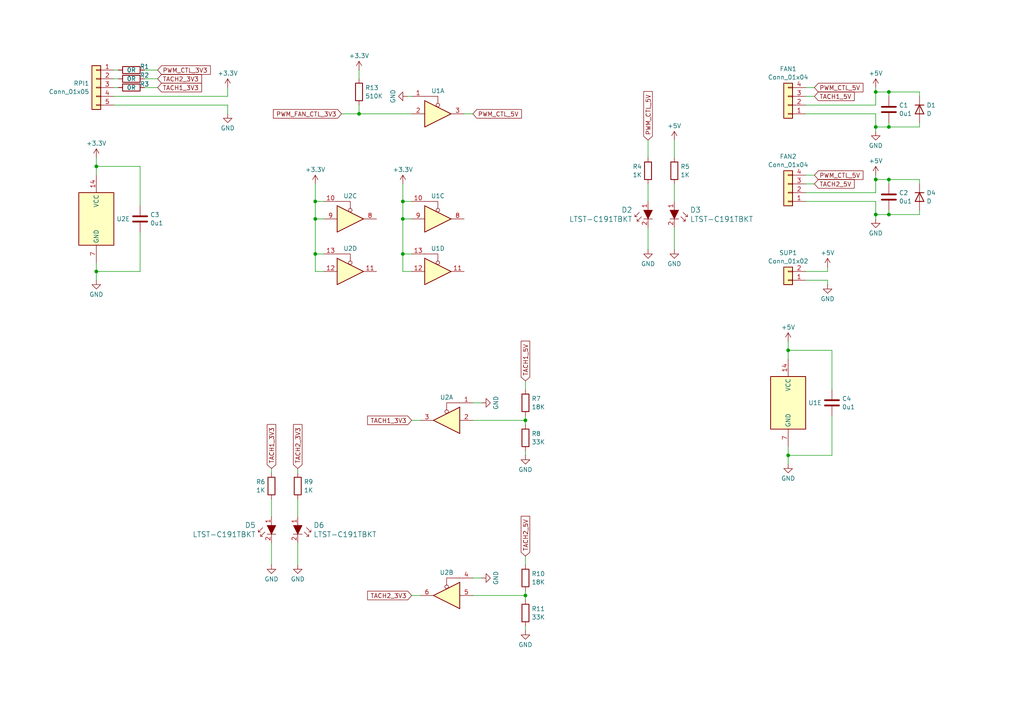
<source format=kicad_sch>
(kicad_sch (version 20231120) (generator "eeschema") (generator_version "8.0")
  (paper "A4")
  (lib_symbols
    (symbol "Connector:Raspberry_Pi_4"
      (property "Reference" "J" (at -17.526 48.768 0))
      (property "Value" "Raspberry_Pi_4" (at 15.748 -26.416 0))
      (symbol "Raspberry_Pi_4_1_1"
        (pin power_out line (at 33.02 20.32 180) (length 2.54) (name "3V3") (number "1"))
        (pin bidirectional line (at -33.02 12.7 0) (length 2.54) (name "GPIO15/UART_RXD") (number "10"))
        (pin bidirectional line (at -33.02 5.08 0) (length 2.54) (name "GPIO17/SPI1_~{CE1}") (number "11"))
        (pin bidirectional line (at -33.02 2.54 0) (length 2.54) (name "GPIO18/SPI1_~{CE0}/PCM_CLK/PWM0") (number "12"))
        (pin bidirectional line (at -33.02 -22.86 0) (length 2.54) (name "GPIO27/SDIO_DAT3") (number "13"))
        (pin passive line (at 0 -27.94 90) (length 2.54) hide (name "GND") (number "14"))
        (pin bidirectional line (at -33.02 -10.16 0) (length 2.54) (name "GPIO22/SDIO_CLK") (number "15"))
        (pin bidirectional line (at -33.02 -12.7 0) (length 2.54) (name "GPIO23/SDIO_CMD") (number "16"))
        (pin passive line (at 33.02 20.32 180) (length 2.54) hide (name "3V3") (number "17"))
        (pin bidirectional line (at -33.02 -15.24 0) (length 2.54) (name "GPIO24/SDIO_DAT0") (number "18"))
        (pin bidirectional line (at 33.02 -17.78 180) (length 2.54) (name "MOSI_SPI0/GPIO10") (number "19"))
        (pin power_out line (at 33.02 22.86 180) (length 2.54) (name "5V") (number "2"))
        (pin passive line (at 0 -27.94 90) (length 2.54) hide (name "GND") (number "20"))
        (pin bidirectional line (at 33.02 -15.24 180) (length 2.54) (name "MISO_SPI0/GPIO09") (number "21"))
        (pin bidirectional line (at -33.02 -17.78 0) (length 2.54) (name "GPIO25/SDIO_DAT1") (number "22"))
        (pin bidirectional line (at 33.02 -20.32 180) (length 2.54) (name "SCLK_SPI0/GPIO11") (number "23"))
        (pin bidirectional line (at 33.02 -12.7 180) (length 2.54) (name "~{CE0}_SPI0/GPIO08") (number "24"))
        (pin passive line (at 0 -27.94 90) (length 2.54) hide (name "GND") (number "25"))
        (pin bidirectional line (at 33.02 -10.16 180) (length 2.54) (name "~{CE1}_SPI0/GPIO07") (number "26"))
        (pin bidirectional line (at 33.02 15.24 180) (length 2.54) (name "ID_SD_I2C0/GPIO00") (number "27"))
        (pin bidirectional line (at 33.02 12.7 180) (length 2.54) (name "ID_SC_I2C0/GPIO01") (number "28"))
        (pin bidirectional line (at 33.02 -2.54 180) (length 2.54) (name "GPCLK1/GPIO05") (number "29"))
        (pin bidirectional line (at 33.02 7.62 180) (length 2.54) (name "SDA_I2C1/GPIO02") (number "3"))
        (pin passive line (at 0 -27.94 90) (length 2.54) hide (name "GND") (number "30"))
        (pin bidirectional line (at 33.02 -5.08 180) (length 2.54) (name "GPCLK2/GPIO06") (number "31"))
        (pin bidirectional line (at -33.02 22.86 0) (length 2.54) (name "GPIO12/PWM0") (number "32"))
        (pin bidirectional line (at -33.02 20.32 0) (length 2.54) (name "GPIO13/PWM1") (number "33"))
        (pin passive line (at 0 -27.94 90) (length 2.54) hide (name "GND") (number "34"))
        (pin bidirectional line (at -33.02 0 0) (length 2.54) (name "GPIO19/SPI1_MISO/PCM_FS") (number "35"))
        (pin bidirectional line (at -33.02 7.62 0) (length 2.54) (name "GPIO16/SPI1_~{CE2}") (number "36"))
        (pin bidirectional line (at -33.02 -20.32 0) (length 2.54) (name "GPIO26/SDIO_DAT2") (number "37"))
        (pin bidirectional line (at -33.02 -2.54 0) (length 2.54) (name "GPIO20/SPI1_MOSI/PCM_DIN/PWM1") (number "38"))
        (pin passive line (at 0 -27.94 90) (length 2.54) hide (name "GND") (number "39"))
        (pin passive line (at 33.02 22.86 180) (length 2.54) hide (name "5V") (number "4"))
        (pin bidirectional line (at -33.02 -5.08 0) (length 2.54) (name "GPIO21/SPI1_SCLK/PCM_DOUT") (number "40"))
        (pin bidirectional line (at 33.02 5.08 180) (length 2.54) (name "SCL_I2C1/GPIO03") (number "5"))
        (pin power_out line (at 0 -27.94 90) (length 2.54) (name "GND") (number "6"))
        (pin bidirectional line (at 33.02 0 180) (length 2.54) (name "GPCLK0/GPIO04") (number "7"))
        (pin bidirectional line (at -33.02 15.24 0) (length 2.54) (name "GPIO14/UART_TXD") (number "8"))
        (pin passive line (at 0 -27.94 90) (length 2.54) hide (name "GND") (number "9"))
      )
    )
    (symbol "Connector_Generic:Conn_01x02" (pin_names (offset 1.016) hide)
      (property "Reference" "J" (at 0 2.54 0))
      (property "Value" "Conn_01x02" (at 0 -5.08 0))
      (symbol "Conn_01x02_1_1"
        (pin passive line (at -5.08 0 0) (length 3.81) (name "Pin_1") (number "1"))
        (pin passive line (at -5.08 -2.54 0) (length 3.81) (name "Pin_2") (number "2"))
      )
    )
    (symbol "Connector_Generic:Conn_01x04" (pin_names (offset 1.016) hide)
      (property "Reference" "J" (at 0 5.08 0))
      (property "Value" "Conn_01x04" (at 0 -7.62 0))
      (symbol "Conn_01x04_1_1"
        (pin passive line (at -5.08 2.54 0) (length 3.81) (name "Pin_1") (number "1"))
        (pin passive line (at -5.08 0 0) (length 3.81) (name "Pin_2") (number "2"))
        (pin passive line (at -5.08 -2.54 0) (length 3.81) (name "Pin_3") (number "3"))
        (pin passive line (at -5.08 -5.08 0) (length 3.81) (name "Pin_4") (number "4"))
      )
    )
    (symbol "Connector_Generic:Conn_01x05" (pin_names (offset 1.016) hide)
      (property "Reference" "J" (at 0 7.62 0))
      (property "Value" "Conn_01x05" (at 0 -7.62 0))
      (symbol "Conn_01x05_1_1"
        (pin passive line (at -5.08 5.08 0) (length 3.81) (name "Pin_1") (number "1"))
        (pin passive line (at -5.08 2.54 0) (length 3.81) (name "Pin_2") (number "2"))
        (pin passive line (at -5.08 0 0) (length 3.81) (name "Pin_3") (number "3"))
        (pin passive line (at -5.08 -2.54 0) (length 3.81) (name "Pin_4") (number "4"))
        (pin passive line (at -5.08 -5.08 0) (length 3.81) (name "Pin_5") (number "5"))
      )
    )
    (symbol "Connector_Generic:Conn_01x40" (pin_names (offset 1.016) hide)
      (property "Reference" "J" (at 0 50.8 0))
      (property "Value" "Conn_01x40" (at 0 -53.34 0))
      (symbol "Conn_01x40_1_1"
        (pin passive line (at -5.08 48.26 0) (length 3.81) (name "Pin_1") (number "1"))
        (pin passive line (at -5.08 25.4 0) (length 3.81) (name "Pin_10") (number "10"))
        (pin passive line (at -5.08 22.86 0) (length 3.81) (name "Pin_11") (number "11"))
        (pin passive line (at -5.08 20.32 0) (length 3.81) (name "Pin_12") (number "12"))
        (pin passive line (at -5.08 17.78 0) (length 3.81) (name "Pin_13") (number "13"))
        (pin passive line (at -5.08 15.24 0) (length 3.81) (name "Pin_14") (number "14"))
        (pin passive line (at -5.08 12.7 0) (length 3.81) (name "Pin_15") (number "15"))
        (pin passive line (at -5.08 10.16 0) (length 3.81) (name "Pin_16") (number "16"))
        (pin passive line (at -5.08 7.62 0) (length 3.81) (name "Pin_17") (number "17"))
        (pin passive line (at -5.08 5.08 0) (length 3.81) (name "Pin_18") (number "18"))
        (pin passive line (at -5.08 2.54 0) (length 3.81) (name "Pin_19") (number "19"))
        (pin passive line (at -5.08 45.72 0) (length 3.81) (name "Pin_2") (number "2"))
        (pin passive line (at -5.08 0 0) (length 3.81) (name "Pin_20") (number "20"))
        (pin passive line (at -5.08 -2.54 0) (length 3.81) (name "Pin_21") (number "21"))
        (pin passive line (at -5.08 -5.08 0) (length 3.81) (name "Pin_22") (number "22"))
        (pin passive line (at -5.08 -7.62 0) (length 3.81) (name "Pin_23") (number "23"))
        (pin passive line (at -5.08 -10.16 0) (length 3.81) (name "Pin_24") (number "24"))
        (pin passive line (at -5.08 -12.7 0) (length 3.81) (name "Pin_25") (number "25"))
        (pin passive line (at -5.08 -15.24 0) (length 3.81) (name "Pin_26") (number "26"))
        (pin passive line (at -5.08 -17.78 0) (length 3.81) (name "Pin_27") (number "27"))
        (pin passive line (at -5.08 -20.32 0) (length 3.81) (name "Pin_28") (number "28"))
        (pin passive line (at -5.08 -22.86 0) (length 3.81) (name "Pin_29") (number "29"))
        (pin passive line (at -5.08 43.18 0) (length 3.81) (name "Pin_3") (number "3"))
        (pin passive line (at -5.08 -25.4 0) (length 3.81) (name "Pin_30") (number "30"))
        (pin passive line (at -5.08 -27.94 0) (length 3.81) (name "Pin_31") (number "31"))
        (pin passive line (at -5.08 -30.48 0) (length 3.81) (name "Pin_32") (number "32"))
        (pin passive line (at -5.08 -33.02 0) (length 3.81) (name "Pin_33") (number "33"))
        (pin passive line (at -5.08 -35.56 0) (length 3.81) (name "Pin_34") (number "34"))
        (pin passive line (at -5.08 -38.1 0) (length 3.81) (name "Pin_35") (number "35"))
        (pin passive line (at -5.08 -40.64 0) (length 3.81) (name "Pin_36") (number "36"))
        (pin passive line (at -5.08 -43.18 0) (length 3.81) (name "Pin_37") (number "37"))
        (pin passive line (at -5.08 -45.72 0) (length 3.81) (name "Pin_38") (number "38"))
        (pin passive line (at -5.08 -48.26 0) (length 3.81) (name "Pin_39") (number "39"))
        (pin passive line (at -5.08 40.64 0) (length 3.81) (name "Pin_4") (number "4"))
        (pin passive line (at -5.08 -50.8 0) (length 3.81) (name "Pin_40") (number "40"))
        (pin passive line (at -5.08 38.1 0) (length 3.81) (name "Pin_5") (number "5"))
        (pin passive line (at -5.08 35.56 0) (length 3.81) (name "Pin_6") (number "6"))
        (pin passive line (at -5.08 33.02 0) (length 3.81) (name "Pin_7") (number "7"))
        (pin passive line (at -5.08 30.48 0) (length 3.81) (name "Pin_8") (number "8"))
        (pin passive line (at -5.08 27.94 0) (length 3.81) (name "Pin_9") (number "9"))
      )
    )
    (symbol "Device:C" (pin_numbers hide) (pin_names (offset 0.254))
      (property "Reference" "C" (at 0.635 2.54 0))
      (property "Value" "C" (at 0.635 -2.54 0))
      (symbol "C_1_1"
        (pin passive line (at 0 3.81 270) (length 2.794) (name "~") (number "1"))
        (pin passive line (at 0 -3.81 90) (length 2.794) (name "~") (number "2"))
      )
    )
    (symbol "Device:D" (pin_numbers hide) (pin_names (offset 1.016) hide)
      (property "Reference" "D" (at 0 2.54 0))
      (property "Value" "D" (at 0 -2.54 0))
      (symbol "D_1_1"
        (pin passive line (at -3.81 0 0) (length 2.54) (name "K") (number "1"))
        (pin passive line (at 3.81 0 180) (length 2.54) (name "A") (number "2"))
      )
    )
    (symbol "Device:R" (pin_numbers hide) (pin_names (offset 0))
      (property "Reference" "R" (at 2.032 0 90))
      (property "Value" "R" (at 0 0 90))
      (symbol "R_1_1"
        (pin passive line (at 0 3.81 270) (length 1.27) (name "~") (number "1"))
        (pin passive line (at 0 -3.81 90) (length 1.27) (name "~") (number "2"))
      )
    )
    (symbol "J-Link-SWD-rescue:LTST-C191TBKT-dk_LED-Indication-Discrete" (pin_names (offset 0))
      (property "Reference" "D" (at -3.81 2.54 0))
      (property "Value" "dk_LED-Indication-Discrete_LTST-C191TBKT" (at 0 -3.81 0))
      (symbol "LTST-C191TBKT-dk_LED-Indication-Discrete_1_1"
        (pin passive line (at -5.08 0 0) (length 2.54) (name "~") (number "1"))
        (pin passive line (at 2.54 0 180) (length 2.54) (name "~") (number "2"))
      )
    )
    (symbol "fanctl:SN74HCT125DR"
      (property "Reference" "U" (at 2.54 -2.54 0))
      (symbol "SN74HCT125DR_1_0"
        (pin input line (at -7.62 5.08 0) (length 3.81) (name "~") (number "1"))
        (pin input line (at -7.62 0 0) (length 3.81) (name "~") (number "2"))
        (pin output line (at 7.62 0 180) (length 3.81) (name "~") (number "3"))
      )
      (symbol "SN74HCT125DR_2_0"
        (pin input line (at -7.62 5.08 0) (length 3.81) (name "~") (number "4"))
        (pin input line (at -7.62 0 0) (length 3.81) (name "~") (number "5"))
        (pin output line (at 7.62 0 180) (length 3.81) (name "~") (number "6"))
      )
      (symbol "SN74HCT125DR_3_0"
        (pin input line (at -7.62 5.08 0) (length 3.81) (name "~") (number "10"))
        (pin output line (at 7.62 0 180) (length 3.81) (name "~") (number "8"))
        (pin input line (at -7.62 0 0) (length 3.81) (name "~") (number "9"))
      )
      (symbol "SN74HCT125DR_4_0"
        (pin output line (at 7.62 0 180) (length 3.81) (name "~") (number "11"))
        (pin input line (at -7.62 0 0) (length 3.81) (name "~") (number "12"))
        (pin input line (at -7.62 5.08 0) (length 3.81) (name "~") (number "13"))
      )
      (symbol "SN74HCT125DR_5_0"
        (pin power_in line (at 0 12.7 270) (length 5.08) (name "VCC") (number "14"))
        (pin power_in line (at 0 -12.7 90) (length 5.08) (name "GND") (number "7"))
      )
    )
    (symbol "power:+3.3V" (power) (pin_numbers hide) (pin_names (offset 0) hide)
      (property "Value" "+3.3V" (at 0 3.556 0))
      (symbol "+3.3V_1_1"
        (pin power_in line (at 0 0 90) (length 0) (name "~") (number "1"))
      )
    )
    (symbol "power:+5V" (power) (pin_numbers hide) (pin_names (offset 0) hide)
      (property "Value" "+5V" (at 0 3.556 0))
      (symbol "+5V_1_1"
        (pin power_in line (at 0 0 90) (length 0) (name "~") (number "1"))
      )
    )
    (symbol "power:GND" (power) (pin_numbers hide) (pin_names (offset 0) hide)
      (property "Value" "GND" (at 0 -3.81 0))
      (symbol "GND_1_1"
        (pin power_in line (at 0 0 270) (length 0) (name "~") (number "1"))
      )
    )
  )
  (junction (at 91.44 63.5))
  (junction (at 91.44 73.66))
  (junction (at 254 52.07))
  (junction (at 116.84 63.5))
  (junction (at 254 36.83))
  (junction (at 27.94 78.74))
  (junction (at 257.81 52.07))
  (junction (at 228.6 101.6))
  (junction (at 257.81 36.83))
  (junction (at 27.94 48.26))
  (junction (at 152.4 121.92))
  (junction (at 152.4 172.72))
  (junction (at 116.84 73.66))
  (junction (at 254 26.67))
  (junction (at 228.6 132.08))
  (junction (at 116.84 58.42))
  (junction (at 104.14 33.02))
  (junction (at 91.44 58.42))
  (junction (at 257.81 26.67))
  (junction (at 257.81 62.23))
  (junction (at 254 62.23))
  (wire (pts (xy -116.84 99.06) (xy -111.76 99.06)))
  (wire (pts (xy 152.4 161.29) (xy 152.4 163.83)))
  (wire (pts (xy -162.56 66.04) (xy -160.02 66.04)))
  (wire (pts (xy 104.14 33.02) (xy 119.38 33.02)))
  (wire (pts (xy -104.14 99.06) (xy -101.6 99.06)))
  (wire (pts (xy 257.81 36.83) (xy 266.7 36.83)))
  (wire (pts (xy 233.68 25.4) (xy 236.22 25.4)))
  (wire (pts (xy 187.96 66.04) (xy 187.96 72.39)))
  (wire (pts (xy 266.7 62.23) (xy 266.7 60.96)))
  (wire (pts (xy -160.02 86.36) (xy -160.02 88.9)))
  (wire (pts (xy 254 50.8) (xy 254 52.07)))
  (wire (pts (xy 233.68 55.88) (xy 254 55.88)))
  (wire (pts (xy 228.6 132.08) (xy 228.6 134.62)))
  (wire (pts (xy 241.3 101.6) (xy 228.6 101.6)))
  (wire (pts (xy 254 52.07) (xy 257.81 52.07)))
  (wire (pts (xy -180.34 60.96) (xy -177.8 60.96)))
  (wire (pts (xy 27.94 78.74) (xy 40.64 78.74)))
  (wire (pts (xy 254 58.42) (xy 254 62.23)))
  (wire (pts (xy 91.44 73.66) (xy 91.44 78.74)))
  (wire (pts (xy -116.84 101.6) (xy -111.76 101.6)))
  (wire (pts (xy 266.7 26.67) (xy 266.7 27.94)))
  (wire (pts (xy -116.84 109.22) (xy -111.76 109.22)))
  (wire (pts (xy 104.14 20.32) (xy 104.14 22.86)))
  (wire (pts (xy 33.02 25.4) (xy 34.29 25.4)))
  (wire (pts (xy 86.36 135.89) (xy 86.36 137.16)))
  (wire (pts (xy 86.36 157.48) (xy 86.36 163.83)))
  (wire (pts (xy 254 36.83) (xy 254 38.1)))
  (wire (pts (xy 254 52.07) (xy 254 55.88)))
  (wire (pts (xy 91.44 53.34) (xy 91.44 58.42)))
  (wire (pts (xy 41.91 25.4) (xy 45.72 25.4)))
  (wire (pts (xy 254 62.23) (xy 257.81 62.23)))
  (wire (pts (xy 254 26.67) (xy 254 30.48)))
  (wire (pts (xy 152.4 172.72) (xy 152.4 173.99)))
  (wire (pts (xy 119.38 63.5) (xy 116.84 63.5)))
  (wire (pts (xy -33.02 99.06) (xy -35.56 99.06)))
  (wire (pts (xy 257.81 60.96) (xy 257.81 62.23)))
  (wire (pts (xy 152.4 120.65) (xy 152.4 121.92)))
  (wire (pts (xy 228.6 101.6) (xy 228.6 104.14)))
  (wire (pts (xy 137.16 121.92) (xy 152.4 121.92)))
  (wire (pts (xy 254 25.4) (xy 254 26.67)))
  (wire (pts (xy 33.02 30.48) (xy 66.04 30.48)))
  (wire (pts (xy 119.38 172.72) (xy 121.92 172.72)))
  (wire (pts (xy 257.81 35.56) (xy 257.81 36.83)))
  (wire (pts (xy 152.4 171.45) (xy 152.4 172.72)))
  (wire (pts (xy 254 36.83) (xy 257.81 36.83)))
  (wire (pts (xy 27.94 48.26) (xy 27.94 50.8)))
  (wire (pts (xy 195.58 40.64) (xy 195.58 45.72)))
  (wire (pts (xy 27.94 48.26) (xy 40.64 48.26)))
  (wire (pts (xy -160.02 76.2) (xy -160.02 78.74)))
  (wire (pts (xy 254 26.67) (xy 257.81 26.67)))
  (wire (pts (xy 91.44 73.66) (xy 93.98 73.66)))
  (wire (pts (xy 116.84 78.74) (xy 119.38 78.74)))
  (wire (pts (xy -104.14 101.6) (xy -101.6 101.6)))
  (wire (pts (xy -160.02 66.04) (xy -160.02 68.58)))
  (wire (pts (xy 233.68 81.28) (xy 240.03 81.28)))
  (wire (pts (xy 266.7 52.07) (xy 266.7 53.34)))
  (wire (pts (xy 91.44 63.5) (xy 93.98 63.5)))
  (wire (pts (xy 116.84 63.5) (xy 116.84 58.42)))
  (wire (pts (xy 266.7 36.83) (xy 266.7 35.56)))
  (wire (pts (xy 40.64 78.74) (xy 40.64 67.31)))
  (wire (pts (xy -27.94 96.52) (xy -27.94 101.6)))
  (wire (pts (xy 152.4 181.61) (xy 152.4 182.88)))
  (wire (pts (xy 254 62.23) (xy 254 63.5)))
  (wire (pts (xy 91.44 63.5) (xy 91.44 73.66)))
  (wire (pts (xy -33.02 96.52) (xy -33.02 99.06)))
  (wire (pts (xy 93.98 78.74) (xy 91.44 78.74)))
  (wire (pts (xy -104.14 106.68) (xy -101.6 106.68)))
  (wire (pts (xy 91.44 58.42) (xy 91.44 63.5)))
  (wire (pts (xy 233.68 58.42) (xy 254 58.42)))
  (wire (pts (xy 119.38 58.42) (xy 116.84 58.42)))
  (wire (pts (xy 152.4 121.92) (xy 152.4 123.19)))
  (wire (pts (xy 91.44 58.42) (xy 93.98 58.42)))
  (wire (pts (xy 40.64 59.69) (xy 40.64 48.26)))
  (wire (pts (xy 187.96 53.34) (xy 187.96 58.42)))
  (wire (pts (xy 254 33.02) (xy 254 36.83)))
  (wire (pts (xy 257.81 52.07) (xy 266.7 52.07)))
  (wire (pts (xy 240.03 78.74) (xy 240.03 77.47)))
  (wire (pts (xy 228.6 129.54) (xy 228.6 132.08)))
  (wire (pts (xy 78.74 144.78) (xy 78.74 149.86)))
  (wire (pts (xy 27.94 78.74) (xy 27.94 76.2)))
  (wire (pts (xy 195.58 53.34) (xy 195.58 58.42)))
  (wire (pts (xy 116.84 63.5) (xy 116.84 73.66)))
  (wire (pts (xy 137.16 172.72) (xy 152.4 172.72)))
  (wire (pts (xy 233.68 50.8) (xy 236.22 50.8)))
  (wire (pts (xy 152.4 130.81) (xy 152.4 132.08)))
  (wire (pts (xy 241.3 120.65) (xy 241.3 132.08)))
  (wire (pts (xy 99.06 33.02) (xy 104.14 33.02)))
  (wire (pts (xy 187.96 40.64) (xy 187.96 45.72)))
  (wire (pts (xy 134.62 33.02) (xy 137.16 33.02)))
  (wire (pts (xy 78.74 135.89) (xy 78.74 137.16)))
  (wire (pts (xy -68.58 149.86) (xy -68.58 152.4)))
  (wire (pts (xy 27.94 45.72) (xy 27.94 48.26)))
  (wire (pts (xy 116.84 73.66) (xy 116.84 78.74)))
  (wire (pts (xy 139.7 116.84) (xy 137.16 116.84)))
  (wire (pts (xy 257.81 52.07) (xy 257.81 53.34)))
  (wire (pts (xy 233.68 33.02) (xy 254 33.02)))
  (wire (pts (xy 78.74 157.48) (xy 78.74 163.83)))
  (wire (pts (xy 27.94 78.74) (xy 27.94 81.28)))
  (wire (pts (xy 33.02 22.86) (xy 34.29 22.86)))
  (wire (pts (xy -27.94 101.6) (xy -35.56 101.6)))
  (wire (pts (xy 66.04 30.48) (xy 66.04 33.02)))
  (wire (pts (xy 116.84 53.34) (xy 116.84 58.42)))
  (wire (pts (xy -104.14 109.22) (xy -101.6 109.22)))
  (wire (pts (xy 257.81 62.23) (xy 266.7 62.23)))
  (wire (pts (xy -116.84 106.68) (xy -111.76 106.68)))
  (wire (pts (xy 257.81 26.67) (xy 257.81 27.94)))
  (wire (pts (xy 33.02 20.32) (xy 34.29 20.32)))
  (wire (pts (xy 33.02 27.94) (xy 66.04 27.94)))
  (wire (pts (xy 116.84 73.66) (xy 119.38 73.66)))
  (wire (pts (xy 240.03 81.28) (xy 240.03 82.55)))
  (wire (pts (xy 104.14 33.02) (xy 104.14 30.48)))
  (wire (pts (xy 228.6 99.06) (xy 228.6 101.6)))
  (wire (pts (xy 233.68 30.48) (xy 254 30.48)))
  (wire (pts (xy 241.3 113.03) (xy 241.3 101.6)))
  (wire (pts (xy 118.11 27.94) (xy 119.38 27.94)))
  (wire (pts (xy 41.91 22.86) (xy 45.72 22.86)))
  (wire (pts (xy -180.34 66.04) (xy -177.8 66.04)))
  (wire (pts (xy 66.04 25.4) (xy 66.04 27.94)))
  (wire (pts (xy 257.81 26.67) (xy 266.7 26.67)))
  (wire (pts (xy 195.58 66.04) (xy 195.58 72.39)))
  (wire (pts (xy 119.38 121.92) (xy 121.92 121.92)))
  (wire (pts (xy 137.16 167.64) (xy 139.7 167.64)))
  (wire (pts (xy 233.68 53.34) (xy 236.22 53.34)))
  (wire (pts (xy 152.4 110.49) (xy 152.4 113.03)))
  (wire (pts (xy 86.36 144.78) (xy 86.36 149.86)))
  (wire (pts (xy 233.68 78.74) (xy 240.03 78.74)))
  (wire (pts (xy 228.6 132.08) (xy 241.3 132.08)))
  (wire (pts (xy 41.91 20.32) (xy 45.72 20.32)))
  (wire (pts (xy 233.68 27.94) (xy 236.22 27.94)))
  (global_label "TACH1_3V3" (shape input) (at 45.72 25.4 0) (property "Intersheetrefs" "${INTERSHEET_REFS}" (effects (hide yes))))
  (global_label "TACH1_3V3" (shape input) (at 119.38 121.92 180) (property "Intersheetrefs" "${INTERSHEET_REFS}" (effects (hide yes))))
  (global_label "TACH2_5V" (shape input) (at 152.4 161.29 90) (property "Intersheetrefs" "${INTERSHEET_REFS}" (effects (hide yes))))
  (global_label "PWM_CTL_3V3" (shape input) (at 45.72 20.32 0) (property "Intersheetrefs" "${INTERSHEET_REFS}" (effects (hide yes))))
  (global_label "PWM_CTL_5V" (shape input) (at 137.16 33.02 0) (property "Intersheetrefs" "${INTERSHEET_REFS}" (effects (hide yes))))
  (global_label "PWM0_3V3" (shape input) (at -180.34 66.04 180) (property "Intersheetrefs" "${INTERSHEET_REFS}" (effects (hide yes))))
  (global_label "TACH2_3V3" (shape input) (at 86.36 135.89 90) (property "Intersheetrefs" "${INTERSHEET_REFS}" (effects (hide yes))))
  (global_label "TACH1_3V3" (shape input) (at 78.74 135.89 90) (property "Intersheetrefs" "${INTERSHEET_REFS}" (effects (hide yes))))
  (global_label "PWM_CTL_5V" (shape input) (at 187.96 40.64 90) (property "Intersheetrefs" "${INTERSHEET_REFS}" (effects (hide yes))))
  (global_label "TACH1_3V3" (shape input) (at -116.84 106.68 180) (property "Intersheetrefs" "${INTERSHEET_REFS}" (effects (hide yes))))
  (global_label "PWM0_3V3" (shape input) (at -116.84 99.06 180) (property "Intersheetrefs" "${INTERSHEET_REFS}" (effects (hide yes))))
  (global_label "PWM_CTL_5V" (shape input) (at 236.22 50.8 0) (property "Intersheetrefs" "${INTERSHEET_REFS}" (effects (hide yes))))
  (global_label "TACH1_5V" (shape input) (at 236.22 27.94 0) (property "Intersheetrefs" "${INTERSHEET_REFS}" (effects (hide yes))))
  (global_label "PWM_FAN_CTL_3V3" (shape input) (at 99.06 33.02 180) (property "Intersheetrefs" "${INTERSHEET_REFS}" (effects (hide yes))))
  (global_label "TACH2_3V3" (shape input) (at 119.38 172.72 180) (property "Intersheetrefs" "${INTERSHEET_REFS}" (effects (hide yes))))
  (global_label "TACH1_5V" (shape input) (at 152.4 110.49 90) (property "Intersheetrefs" "${INTERSHEET_REFS}" (effects (hide yes))))
  (global_label "TACH2_3V3" (shape input) (at -116.84 109.22 180) (property "Intersheetrefs" "${INTERSHEET_REFS}" (effects (hide yes))))
  (global_label "TACH2_3V3" (shape input) (at 45.72 22.86 0) (property "Intersheetrefs" "${INTERSHEET_REFS}" (effects (hide yes))))
  (global_label "PWM_CTL_5V" (shape input) (at 236.22 25.4 0) (property "Intersheetrefs" "${INTERSHEET_REFS}" (effects (hide yes))))
  (global_label "TACH2_5V" (shape input) (at 236.22 53.34 0) (property "Intersheetrefs" "${INTERSHEET_REFS}" (effects (hide yes))))
  (global_label "PWM_FAN_CTL_3V3" (shape input) (at -116.84 101.6 180) (property "Intersheetrefs" "${INTERSHEET_REFS}" (effects (hide yes))))
  (symbol (lib_id "Device:R") (at 152.4 127 0) (unit 1)
    (property "Reference" "R8" (at 154.178 125.7878 0) (effects (justify left)))
    (property "Value" "33K" (at 154.178 128.2121 0) (effects (justify left)))
    (property "Footprint" "Resistor_SMD:R_0603_1608Metric_Pad0.98x0.95mm_HandSolder" (effects (hide yes)))
    (property "Description" "Resistor" (effects (hide yes)))
  )
  (symbol (lib_id "Connector_Generic:Conn_01x02") (at 228.6 81.28 180) (unit 1)
    (property "Reference" "SUP1" (at 228.6 73.3255 0))
    (property "Value" "Conn_01x02" (at 228.6 75.7498 0))
    (property "Footprint" "Connector_PinHeader_2.54mm:PinHeader_1x02_P2.54mm_Horizontal" (effects (hide yes)))
    (property "Description" "Generic connector, single row, 01x02, script generated (kicad-library-utils/schlib/autogen/connector/)" (effects (hide yes)))
  )
  (symbol (lib_id "J-Link-SWD-rescue:LTST-C191TBKT-dk_LED-Indication-Discrete") (at 78.74 154.94 90) (mirror x) (unit 1)
    (property "Reference" "D5" (at 74.2188 152.3238 90) (effects (font (size 1.524 1.524)) (justify left)))
    (property "Value" "LTST-C191TBKT" (at 74.2188 155.0162 90) (effects (font (size 1.524 1.524)) (justify left)))
    (property "Footprint" "Diode_SMD:D_0402_1005Metric_Pad0.77x0.64mm_HandSolder" (effects (hide yes)))
    (property "Datasheet" "http://optoelectronics.liteon.com/upload/download/DS22-2000-230/LTST-C191TBKT.pdf" (effects (hide yes)))
    (property "Description" "LED BLUE CLEAR CHIP SMD" (effects (hide yes)))
    (property "Digi-Key_PN" "160-1647-1-ND" (effects (hide yes)))
    (property "MPN" "LTST-C191TBKT" (effects (hide yes)))
    (property "Category" "Optoelectronics" (effects (hide yes)))
    (property "Family" "LED Indication - Discrete" (effects (hide yes)))
    (property "DK_Datasheet_Link" "http://optoelectronics.liteon.com/upload/download/DS22-2000-230/LTST-C191TBKT.pdf" (effects (hide yes)))
    (property "DK_Detail_Page" "/product-detail/en/lite-on-inc/LTST-C191TBKT/160-1647-1-ND/573587" (effects (hide yes)))
    (property "Manufacturer" "Lite-On Inc." (effects (hide yes)))
    (property "Status" "Active" (effects (hide yes)))
  )
  (symbol (lib_id "Device:C") (at 241.3 116.84 0) (unit 1)
    (property "Reference" "C4" (at 244.221 115.6278 0) (effects (justify left)))
    (property "Value" "0u1" (at 244.221 118.0521 0) (effects (justify left)))
    (property "Footprint" "Capacitor_SMD:C_0603_1608Metric_Pad1.08x0.95mm_HandSolder" (effects (hide yes)))
    (property "Description" "Unpolarized capacitor" (effects (hide yes)))
  )
  (symbol (lib_id "power:+3.3V") (at -27.94 96.52 0) (unit 1)
    (property "Reference" "#PWR027" (effects (hide yes)))
    (property "Value" "+3.3V" (at -27.94 92.3869 0))
    (property "Description" "Power symbol creates a global label with name \"+3.3V\"" (effects (hide yes)))
  )
  (symbol (lib_id "power:GND") (at -68.58 152.4 0) (unit 1)
    (property "Reference" "#PWR028" (effects (hide yes)))
    (property "Value" "GND" (at -68.58 156.5331 0))
    (property "Description" "Power symbol creates a global label with name \"GND\" , ground" (effects (hide yes)))
  )
  (symbol (lib_id "Device:C") (at 257.81 57.15 0) (unit 1)
    (property "Reference" "C2" (at 260.731 55.9378 0) (effects (justify left)))
    (property "Value" "0u1" (at 260.731 58.3621 0) (effects (justify left)))
    (property "Footprint" "Capacitor_SMD:C_0603_1608Metric_Pad1.08x0.95mm_HandSolder" (effects (hide yes)))
    (property "Description" "Unpolarized capacitor" (effects (hide yes)))
  )
  (symbol (lib_id "Device:R") (at -107.95 99.06 90) (unit 1)
    (property "Reference" "R15" (at -112.522 98.044 90))
    (property "Value" "0R" (at -107.95 99.06 90))
    (property "Footprint" "Resistor_SMD:R_0603_1608Metric_Pad0.98x0.95mm_HandSolder" (effects (hide yes)))
    (property "Description" "Resistor" (effects (hide yes)))
  )
  (symbol (lib_id "power:GND") (at 195.58 72.39 0) (unit 1)
    (property "Reference" "#PWR011" (effects (hide yes)))
    (property "Value" "GND" (at 195.58 76.5231 0))
    (property "Description" "Power symbol creates a global label with name \"GND\" , ground" (effects (hide yes)))
  )
  (symbol (lib_id "fanctl:SN74HCT125DR") (at -170.18 66.04 0) (unit 2)
    (property "Reference" "U1" (at -170.18 59.3669 0))
    (property "Value" "SN74HCT125DR" (effects (hide yes)))
    (property "Footprint" "Package_SO:SOIC-14_3.9x8.7mm_P1.27mm" (effects (hide yes)))
    (property "Datasheet" "https://www.ti.com/general/docs/suppproductinfo.tsp?distId=10&gotoUrl=https%3A%2F%2Fwww.ti.com%2Flit%2Fgpn%2Fsn74hct125" (effects (hide yes)))
    (property "Description" "IC BUF NON-INVERT 5.5V 14SOIC" (effects (hide yes)))
    (property "DigiKey" "https://www.digikey.de/en/products/detail/texas-instruments/SN74HCT125DR/276849" (effects (hide yes)))
  )
  (symbol (lib_id "power:GND") (at 78.74 163.83 0) (mirror y) (unit 1)
    (property "Reference" "#PWR017" (effects (hide yes)))
    (property "Value" "GND" (at 78.74 167.9631 0))
    (property "Description" "Power symbol creates a global label with name \"GND\" , ground" (effects (hide yes)))
  )
  (symbol (lib_id "Device:C") (at 257.81 31.75 0) (unit 1)
    (property "Reference" "C1" (at 260.731 30.5378 0) (effects (justify left)))
    (property "Value" "0u1" (at 260.731 32.9621 0) (effects (justify left)))
    (property "Footprint" "Capacitor_SMD:C_0603_1608Metric_Pad1.08x0.95mm_HandSolder" (effects (hide yes)))
    (property "Description" "Unpolarized capacitor" (effects (hide yes)))
  )
  (symbol (lib_id "power:+5V") (at -33.02 96.52 0) (unit 1)
    (property "Reference" "#PWR022" (effects (hide yes)))
    (property "Value" "+5V" (at -33.02 92.3869 0))
    (property "Description" "Power symbol creates a global label with name \"+5V\"" (effects (hide yes)))
  )
  (symbol (lib_id "fanctl:SN74HCT125DR") (at 101.6 63.5 0) (unit 3)
    (property "Reference" "U2" (at 101.6 56.8269 0))
    (property "Value" "SN74HCT125DR" (effects (hide yes)))
    (property "Footprint" "Package_SO:SOIC-14_3.9x8.7mm_P1.27mm" (effects (hide yes)))
    (property "Datasheet" "https://www.ti.com/general/docs/suppproductinfo.tsp?distId=10&gotoUrl=https%3A%2F%2Fwww.ti.com%2Flit%2Fgpn%2Fsn74hct125" (effects (hide yes)))
    (property "Description" "IC BUF NON-INVERT 5.5V 14SOIC" (effects (hide yes)))
    (property "DigiKey" "https://www.digikey.de/en/products/detail/texas-instruments/SN74HCT125DR/276849" (effects (hide yes)))
  )
  (symbol (lib_id "power:GND") (at 254 38.1 0) (unit 1)
    (property "Reference" "#PWR05" (effects (hide yes)))
    (property "Value" "GND" (at 254 42.2331 0))
    (property "Description" "Power symbol creates a global label with name \"GND\" , ground" (effects (hide yes)))
  )
  (symbol (lib_id "Device:R") (at 152.4 116.84 0) (unit 1)
    (property "Reference" "R7" (at 154.178 115.6278 0) (effects (justify left)))
    (property "Value" "18K" (at 154.178 118.0521 0) (effects (justify left)))
    (property "Footprint" "Resistor_SMD:R_0603_1608Metric_Pad0.98x0.95mm_HandSolder" (effects (hide yes)))
    (property "Description" "Resistor" (effects (hide yes)))
  )
  (symbol (lib_id "Device:R") (at 38.1 20.32 90) (unit 1)
    (property "Reference" "R1" (at 41.91 19.304 90))
    (property "Value" "0R" (at 38.1 20.32 90))
    (property "Footprint" "Resistor_SMD:R_0603_1608Metric_Pad0.98x0.95mm_HandSolder" (effects (hide yes)))
    (property "Description" "Resistor" (effects (hide yes)))
  )
  (symbol (lib_id "Device:R") (at 38.1 25.4 90) (unit 1)
    (property "Reference" "R3" (at 41.91 24.384 90))
    (property "Value" "0R" (at 38.1 25.4 90))
    (property "Footprint" "Resistor_SMD:R_0603_1608Metric_Pad0.98x0.95mm_HandSolder" (effects (hide yes)))
    (property "Description" "Resistor" (effects (hide yes)))
  )
  (symbol (lib_id "fanctl:SN74HCT125DR") (at 27.94 63.5 0) (unit 5)
    (property "Reference" "U2" (at 33.782 63.5 0) (effects (justify left)))
    (property "Value" "SN74HCT125DR" (effects (hide yes)))
    (property "Footprint" "Package_SO:SOIC-14_3.9x8.7mm_P1.27mm" (effects (hide yes)))
    (property "Datasheet" "https://www.ti.com/general/docs/suppproductinfo.tsp?distId=10&gotoUrl=https%3A%2F%2Fwww.ti.com%2Flit%2Fgpn%2Fsn74hct125" (effects (hide yes)))
    (property "Description" "IC BUF NON-INVERT 5.5V 14SOIC" (effects (hide yes)))
    (property "DigiKey" "https://www.digikey.de/en/products/detail/texas-instruments/SN74HCT125DR/276849" (effects (hide yes)))
  )
  (symbol (lib_id "power:+5V") (at 254 25.4 0) (unit 1)
    (property "Reference" "#PWR01" (effects (hide yes)))
    (property "Value" "+5V" (at 254 21.2669 0))
    (property "Description" "Power symbol creates a global label with name \"+5V\"" (effects (hide yes)))
  )
  (symbol (lib_id "power:+3.3V") (at 116.84 53.34 0) (unit 1)
    (property "Reference" "#PWR08" (effects (hide yes)))
    (property "Value" "+3.3V" (at 116.84 49.2069 0))
    (property "Description" "Power symbol creates a global label with name \"+3.3V\"" (effects (hide yes)))
  )
  (symbol (lib_id "power:+5V") (at 254 50.8 0) (unit 1)
    (property "Reference" "#PWR07" (effects (hide yes)))
    (property "Value" "+5V" (at 254 46.6669 0))
    (property "Description" "Power symbol creates a global label with name \"+5V\"" (effects (hide yes)))
  )
  (symbol (lib_id "Device:R") (at 78.74 140.97 0) (mirror y) (unit 1)
    (property "Reference" "R6" (at 76.962 139.7578 0) (effects (justify left)))
    (property "Value" "1K" (at 76.962 142.1821 0) (effects (justify left)))
    (property "Footprint" "Resistor_SMD:R_0603_1608Metric_Pad0.98x0.95mm_HandSolder" (effects (hide yes)))
    (property "Description" "Resistor" (effects (hide yes)))
  )
  (symbol (lib_id "Device:R") (at -107.95 101.6 90) (unit 1)
    (property "Reference" "R14" (at -112.522 100.584 90))
    (property "Value" "0R" (at -107.95 101.6 90))
    (property "Footprint" "Resistor_SMD:R_0603_1608Metric_Pad0.98x0.95mm_HandSolder" (effects (hide yes)))
    (property "Description" "Resistor" (effects (hide yes)))
  )
  (symbol (lib_id "fanctl:SN74HCT125DR") (at 127 78.74 0) (unit 4)
    (property "Reference" "U1" (at 127 72.0669 0))
    (property "Value" "SN74HCT125DR" (effects (hide yes)))
    (property "Footprint" "Package_SO:SOIC-14_3.9x8.7mm_P1.27mm" (effects (hide yes)))
    (property "Datasheet" "https://www.ti.com/general/docs/suppproductinfo.tsp?distId=10&gotoUrl=https%3A%2F%2Fwww.ti.com%2Flit%2Fgpn%2Fsn74hct125" (effects (hide yes)))
    (property "Description" "IC BUF NON-INVERT 5.5V 14SOIC" (effects (hide yes)))
    (property "DigiKey" "https://www.digikey.de/en/products/detail/texas-instruments/SN74HCT125DR/276849" (effects (hide yes)))
  )
  (symbol (lib_id "fanctl:SN74HCT125DR") (at 127 63.5 0) (unit 3)
    (property "Reference" "U1" (at 127 56.8269 0))
    (property "Value" "SN74HCT125DR" (effects (hide yes)))
    (property "Footprint" "Package_SO:SOIC-14_3.9x8.7mm_P1.27mm" (effects (hide yes)))
    (property "Datasheet" "https://www.ti.com/general/docs/suppproductinfo.tsp?distId=10&gotoUrl=https%3A%2F%2Fwww.ti.com%2Flit%2Fgpn%2Fsn74hct125" (effects (hide yes)))
    (property "Description" "IC BUF NON-INVERT 5.5V 14SOIC" (effects (hide yes)))
    (property "DigiKey" "https://www.digikey.de/en/products/detail/texas-instruments/SN74HCT125DR/276849" (effects (hide yes)))
  )
  (symbol (lib_id "J-Link-SWD-rescue:LTST-C191TBKT-dk_LED-Indication-Discrete") (at 195.58 63.5 270) (unit 1)
    (property "Reference" "D3" (at 200.1012 60.8838 90) (effects (font (size 1.524 1.524)) (justify left)))
    (property "Value" "LTST-C191TBKT" (at 200.1012 63.5762 90) (effects (font (size 1.524 1.524)) (justify left)))
    (property "Footprint" "Diode_SMD:D_0402_1005Metric_Pad0.77x0.64mm_HandSolder" (effects (hide yes)))
    (property "Datasheet" "http://optoelectronics.liteon.com/upload/download/DS22-2000-230/LTST-C191TBKT.pdf" (effects (hide yes)))
    (property "Description" "LED BLUE CLEAR CHIP SMD" (effects (hide yes)))
    (property "Digi-Key_PN" "160-1647-1-ND" (effects (hide yes)))
    (property "MPN" "LTST-C191TBKT" (effects (hide yes)))
    (property "Category" "Optoelectronics" (effects (hide yes)))
    (property "Family" "LED Indication - Discrete" (effects (hide yes)))
    (property "DK_Datasheet_Link" "http://optoelectronics.liteon.com/upload/download/DS22-2000-230/LTST-C191TBKT.pdf" (effects (hide yes)))
    (property "DK_Detail_Page" "/product-detail/en/lite-on-inc/LTST-C191TBKT/160-1647-1-ND/573587" (effects (hide yes)))
    (property "Manufacturer" "Lite-On Inc." (effects (hide yes)))
    (property "Status" "Active" (effects (hide yes)))
  )
  (symbol (lib_id "Device:R") (at -160.02 72.39 0) (unit 1)
    (property "Reference" "R16" (at -158.242 71.1778 0) (effects (justify left)))
    (property "Value" "1K" (at -158.242 73.6021 0) (effects (justify left)))
    (property "Footprint" "Resistor_SMD:R_0603_1608Metric_Pad0.98x0.95mm_HandSolder" (effects (hide yes)))
    (property "Description" "Resistor" (effects (hide yes)))
  )
  (symbol (lib_id "power:GND") (at 228.6 134.62 0) (unit 1)
    (property "Reference" "#PWR016" (effects (hide yes)))
    (property "Value" "GND" (at 228.6 138.7531 0))
    (property "Description" "Power symbol creates a global label with name \"GND\" , ground" (effects (hide yes)))
  )
  (symbol (lib_id "power:GND") (at 66.04 33.02 0) (unit 1)
    (property "Reference" "#PWR04" (effects (hide yes)))
    (property "Value" "GND" (at 66.04 37.1531 0))
    (property "Description" "Power symbol creates a global label with name \"GND\" , ground" (effects (hide yes)))
  )
  (symbol (lib_id "fanctl:SN74HCT125DR") (at 101.6 78.74 0) (unit 4)
    (property "Reference" "U2" (at 101.6 72.0669 0))
    (property "Value" "SN74HCT125DR" (effects (hide yes)))
    (property "Footprint" "Package_SO:SOIC-14_3.9x8.7mm_P1.27mm" (effects (hide yes)))
    (property "Datasheet" "https://www.ti.com/general/docs/suppproductinfo.tsp?distId=10&gotoUrl=https%3A%2F%2Fwww.ti.com%2Flit%2Fgpn%2Fsn74hct125" (effects (hide yes)))
    (property "Description" "IC BUF NON-INVERT 5.5V 14SOIC" (effects (hide yes)))
    (property "DigiKey" "https://www.digikey.de/en/products/detail/texas-instruments/SN74HCT125DR/276849" (effects (hide yes)))
  )
  (symbol (lib_id "Device:D") (at 266.7 57.15 270) (unit 1)
    (property "Reference" "D4" (at 268.732 55.9378 90) (effects (justify left)))
    (property "Value" "D" (at 268.732 58.3621 90) (effects (justify left)))
    (property "Footprint" "Diode_SMD:D_SOD-123" (effects (hide yes)))
    (property "Description" "Diode" (effects (hide yes)))
    (property "Sim.Device" "D" (effects (hide yes)))
    (property "Sim.Pins" "1=K 2=A" (effects (hide yes)))
  )
  (symbol (lib_id "power:GND") (at 27.94 81.28 0) (unit 1)
    (property "Reference" "#PWR012" (effects (hide yes)))
    (property "Value" "GND" (at 27.94 85.4131 0))
    (property "Description" "Power symbol creates a global label with name \"GND\" , ground" (effects (hide yes)))
  )
  (symbol (lib_id "power:GND") (at -180.34 60.96 270) (unit 1)
    (property "Reference" "#PWR032" (effects (hide yes)))
    (property "Value" "GND" (at -183.5149 60.96 90) (effects (justify right)))
    (property "Description" "Power symbol creates a global label with name \"GND\" , ground" (effects (hide yes)))
  )
  (symbol (lib_id "Device:R") (at 195.58 49.53 0) (unit 1)
    (property "Reference" "R5" (at 197.358 48.3178 0) (effects (justify left)))
    (property "Value" "1K" (at 197.358 50.7421 0) (effects (justify left)))
    (property "Footprint" "Resistor_SMD:R_0603_1608Metric_Pad0.98x0.95mm_HandSolder" (effects (hide yes)))
    (property "Description" "Resistor" (effects (hide yes)))
  )
  (symbol (lib_id "power:GND") (at 139.7 167.64 90) (unit 1)
    (property "Reference" "#PWR026" (effects (hide yes)))
    (property "Value" "GND" (at 143.8331 167.64 0))
    (property "Description" "Power symbol creates a global label with name \"GND\" , ground" (effects (hide yes)))
  )
  (symbol (lib_id "fanctl:SN74HCT125DR") (at 228.6 116.84 0) (unit 5)
    (property "Reference" "U1" (at 234.442 116.84 0) (effects (justify left)))
    (property "Value" "SN74HCT125DR" (effects (hide yes)))
    (property "Footprint" "Package_SO:SOIC-14_3.9x8.7mm_P1.27mm" (effects (hide yes)))
    (property "Datasheet" "https://www.ti.com/general/docs/suppproductinfo.tsp?distId=10&gotoUrl=https%3A%2F%2Fwww.ti.com%2Flit%2Fgpn%2Fsn74hct125" (effects (hide yes)))
    (property "Description" "IC BUF NON-INVERT 5.5V 14SOIC" (effects (hide yes)))
    (property "DigiKey" "https://www.digikey.de/en/products/detail/texas-instruments/SN74HCT125DR/276849" (effects (hide yes)))
  )
  (symbol (lib_id "power:+5V") (at 240.03 77.47 0) (unit 1)
    (property "Reference" "#PWR013" (effects (hide yes)))
    (property "Value" "+5V" (at 240.03 73.3369 0))
    (property "Description" "Power symbol creates a global label with name \"+5V\"" (effects (hide yes)))
  )
  (symbol (lib_id "power:GND") (at 152.4 182.88 0) (unit 1)
    (property "Reference" "#PWR020" (effects (hide yes)))
    (property "Value" "GND" (at 152.4 187.0131 0))
    (property "Description" "Power symbol creates a global label with name \"GND\" , ground" (effects (hide yes)))
  )
  (symbol (lib_id "Connector_Generic:Conn_01x05") (at 27.94 25.4 0) (mirror y) (unit 1)
    (property "Reference" "RPI1" (at 25.908 24.1878 0) (effects (justify left)))
    (property "Value" "Conn_01x05" (at 25.908 26.6121 0) (effects (justify left)))
    (property "Footprint" "Connector_PinHeader_2.54mm:PinHeader_1x05_P2.54mm_Horizontal" (effects (hide yes)))
    (property "Description" "Generic connector, single row, 01x05, script generated (kicad-library-utils/schlib/autogen/connector/)" (effects (hide yes)))
  )
  (symbol (lib_id "power:+3.3V") (at 66.04 25.4 0) (unit 1)
    (property "Reference" "#PWR02" (effects (hide yes)))
    (property "Value" "+3.3V" (at 66.04 21.2669 0))
    (property "Description" "Power symbol creates a global label with name \"+3.3V\"" (effects (hide yes)))
  )
  (symbol (lib_id "Connector:Raspberry_Pi_4") (at -68.58 121.92 0) (unit 1)
    (property "Reference" "J1" (at -68.58 92.3755 0))
    (property "Value" "Raspberry_Pi_4" (at -68.58 94.7998 0))
    (property "Footprint" "Connector_PinSocket_2.54mm:PinSocket_2x21_P2.54mm_Horizontal" (effects (hide yes)))
    (property "Datasheet" "https://datasheets.raspberrypi.com/rpi4/raspberry-pi-4-datasheet.pdf" (effects (hide yes)))
    (property "Description" "Raspberry Pi 4 Model B" (effects (hide yes)))
  )
  (symbol (lib_id "Connector_Generic:Conn_01x40") (at -167.64 149.86 0) (mirror y) (unit 1)
    (property "Reference" "J2" (at -167.64 96.1855 0))
    (property "Value" "Conn_01x40" (at -167.64 98.6098 0))
    (property "Description" "Generic connector, single row, 01x40, script generated (kicad-library-utils/schlib/autogen/connector/)" (effects (hide yes)))
  )
  (symbol (lib_id "power:GND") (at 86.36 163.83 0) (unit 1)
    (property "Reference" "#PWR019" (effects (hide yes)))
    (property "Value" "GND" (at 86.36 167.9631 0))
    (property "Description" "Power symbol creates a global label with name \"GND\" , ground" (effects (hide yes)))
  )
  (symbol (lib_id "Device:R") (at 152.4 177.8 0) (unit 1)
    (property "Reference" "R11" (at 154.178 176.5878 0) (effects (justify left)))
    (property "Value" "33K" (at 154.178 179.0121 0) (effects (justify left)))
    (property "Footprint" "Resistor_SMD:R_0603_1608Metric_Pad0.98x0.95mm_HandSolder" (effects (hide yes)))
    (property "Description" "Resistor" (effects (hide yes)))
  )
  (symbol (lib_id "Device:R") (at -107.95 109.22 90) (unit 1)
    (property "Reference" "R18" (at -112.522 107.95 90))
    (property "Value" "0R" (at -107.95 109.22 90))
    (property "Footprint" "Resistor_SMD:R_0603_1608Metric_Pad0.98x0.95mm_HandSolder" (effects (hide yes)))
    (property "Description" "Resistor" (effects (hide yes)))
  )
  (symbol (lib_id "Device:R") (at 104.14 26.67 0) (unit 1)
    (property "Reference" "R13" (at 105.918 25.4578 0) (effects (justify left)))
    (property "Value" "510K" (at 105.918 27.8821 0) (effects (justify left)))
    (property "Footprint" "Resistor_SMD:R_0603_1608Metric_Pad0.98x0.95mm_HandSolder" (effects (hide yes)))
    (property "Description" "Resistor" (effects (hide yes)))
  )
  (symbol (lib_id "power:GND") (at 118.11 27.94 270) (unit 1)
    (property "Reference" "#PWR023" (effects (hide yes)))
    (property "Value" "GND" (at 113.9769 27.94 0))
    (property "Description" "Power symbol creates a global label with name \"GND\" , ground" (effects (hide yes)))
  )
  (symbol (lib_id "Connector_Generic:Conn_01x04") (at 228.6 30.48 180) (unit 1)
    (property "Reference" "FAN1" (at 228.6 19.9855 0))
    (property "Value" "Conn_01x04" (at 228.6 22.4098 0))
    (property "Footprint" "Connector_PinHeader_2.54mm:PinHeader_1x04_P2.54mm_Horizontal" (effects (hide yes)))
    (property "Description" "Generic connector, single row, 01x04, script generated (kicad-library-utils/schlib/autogen/connector/)" (effects (hide yes)))
  )
  (symbol (lib_id "J-Link-SWD-rescue:LTST-C191TBKT-dk_LED-Indication-Discrete") (at -160.02 83.82 270) (unit 1)
    (property "Reference" "D8" (at -155.4988 81.2038 90) (effects (font (size 1.524 1.524)) (justify left)))
    (property "Value" "LTST-C191TBKT" (at -155.4988 83.8962 90) (effects (font (size 1.524 1.524)) (justify left)))
    (property "Footprint" "Diode_SMD:D_0402_1005Metric_Pad0.77x0.64mm_HandSolder" (effects (hide yes)))
    (property "Datasheet" "http://optoelectronics.liteon.com/upload/download/DS22-2000-230/LTST-C191TBKT.pdf" (effects (hide yes)))
    (property "Description" "LED BLUE CLEAR CHIP SMD" (effects (hide yes)))
    (property "Digi-Key_PN" "160-1647-1-ND" (effects (hide yes)))
    (property "MPN" "LTST-C191TBKT" (effects (hide yes)))
    (property "Category" "Optoelectronics" (effects (hide yes)))
    (property "Family" "LED Indication - Discrete" (effects (hide yes)))
    (property "DK_Datasheet_Link" "http://optoelectronics.liteon.com/upload/download/DS22-2000-230/LTST-C191TBKT.pdf" (effects (hide yes)))
    (property "DK_Detail_Page" "/product-detail/en/lite-on-inc/LTST-C191TBKT/160-1647-1-ND/573587" (effects (hide yes)))
    (property "Manufacturer" "Lite-On Inc." (effects (hide yes)))
    (property "Status" "Active" (effects (hide yes)))
  )
  (symbol (lib_id "J-Link-SWD-rescue:LTST-C191TBKT-dk_LED-Indication-Discrete") (at 86.36 154.94 270) (unit 1)
    (property "Reference" "D6" (at 90.8812 152.3238 90) (effects (font (size 1.524 1.524)) (justify left)))
    (property "Value" "LTST-C191TBKT" (at 90.8812 155.0162 90) (effects (font (size 1.524 1.524)) (justify left)))
    (property "Footprint" "Diode_SMD:D_0402_1005Metric_Pad0.77x0.64mm_HandSolder" (effects (hide yes)))
    (property "Datasheet" "http://optoelectronics.liteon.com/upload/download/DS22-2000-230/LTST-C191TBKT.pdf" (effects (hide yes)))
    (property "Description" "LED BLUE CLEAR CHIP SMD" (effects (hide yes)))
    (property "Digi-Key_PN" "160-1647-1-ND" (effects (hide yes)))
    (property "MPN" "LTST-C191TBKT" (effects (hide yes)))
    (property "Category" "Optoelectronics" (effects (hide yes)))
    (property "Family" "LED Indication - Discrete" (effects (hide yes)))
    (property "DK_Datasheet_Link" "http://optoelectronics.liteon.com/upload/download/DS22-2000-230/LTST-C191TBKT.pdf" (effects (hide yes)))
    (property "DK_Detail_Page" "/product-detail/en/lite-on-inc/LTST-C191TBKT/160-1647-1-ND/573587" (effects (hide yes)))
    (property "Manufacturer" "Lite-On Inc." (effects (hide yes)))
    (property "Status" "Active" (effects (hide yes)))
  )
  (symbol (lib_id "Device:R") (at 86.36 140.97 0) (unit 1)
    (property "Reference" "R9" (at 88.138 139.7578 0) (effects (justify left)))
    (property "Value" "1K" (at 88.138 142.1821 0) (effects (justify left)))
    (property "Footprint" "Resistor_SMD:R_0603_1608Metric_Pad0.98x0.95mm_HandSolder" (effects (hide yes)))
    (property "Description" "Resistor" (effects (hide yes)))
  )
  (symbol (lib_id "J-Link-SWD-rescue:LTST-C191TBKT-dk_LED-Indication-Discrete") (at 187.96 63.5 90) (mirror x) (unit 1)
    (property "Reference" "D2" (at 183.4388 60.8838 90) (effects (font (size 1.524 1.524)) (justify left)))
    (property "Value" "LTST-C191TBKT" (at 183.4388 63.5762 90) (effects (font (size 1.524 1.524)) (justify left)))
    (property "Footprint" "Diode_SMD:D_0402_1005Metric_Pad0.77x0.64mm_HandSolder" (effects (hide yes)))
    (property "Datasheet" "http://optoelectronics.liteon.com/upload/download/DS22-2000-230/LTST-C191TBKT.pdf" (effects (hide yes)))
    (property "Description" "LED BLUE CLEAR CHIP SMD" (effects (hide yes)))
    (property "Digi-Key_PN" "160-1647-1-ND" (effects (hide yes)))
    (property "MPN" "LTST-C191TBKT" (effects (hide yes)))
    (property "Category" "Optoelectronics" (effects (hide yes)))
    (property "Family" "LED Indication - Discrete" (effects (hide yes)))
    (property "DK_Datasheet_Link" "http://optoelectronics.liteon.com/upload/download/DS22-2000-230/LTST-C191TBKT.pdf" (effects (hide yes)))
    (property "DK_Detail_Page" "/product-detail/en/lite-on-inc/LTST-C191TBKT/160-1647-1-ND/573587" (effects (hide yes)))
    (property "Manufacturer" "Lite-On Inc." (effects (hide yes)))
    (property "Status" "Active" (effects (hide yes)))
  )
  (symbol (lib_id "power:GND") (at 240.03 82.55 0) (unit 1)
    (property "Reference" "#PWR014" (effects (hide yes)))
    (property "Value" "GND" (at 240.03 86.6831 0))
    (property "Description" "Power symbol creates a global label with name \"GND\" , ground" (effects (hide yes)))
  )
  (symbol (lib_id "Device:D") (at 266.7 31.75 270) (unit 1)
    (property "Reference" "D1" (at 268.732 30.5378 90) (effects (justify left)))
    (property "Value" "D" (at 268.732 32.9621 90) (effects (justify left)))
    (property "Footprint" "Diode_SMD:D_SOD-123F" (effects (hide yes)))
    (property "Description" "Diode" (effects (hide yes)))
    (property "Sim.Device" "D" (effects (hide yes)))
    (property "Sim.Pins" "1=K 2=A" (effects (hide yes)))
  )
  (symbol (lib_id "power:GND") (at -160.02 88.9 0) (unit 1)
    (property "Reference" "#PWR029" (effects (hide yes)))
    (property "Value" "GND" (at -160.02 93.0331 0))
    (property "Description" "Power symbol creates a global label with name \"GND\" , ground" (effects (hide yes)))
  )
  (symbol (lib_id "fanctl:SN74HCT125DR") (at 127 33.02 0) (unit 1)
    (property "Reference" "U1" (at 127 26.3469 0))
    (property "Value" "SN74HCT125DR" (effects (hide yes)))
    (property "Footprint" "Package_SO:SOIC-14_3.9x8.7mm_P1.27mm" (effects (hide yes)))
    (property "Datasheet" "https://www.ti.com/general/docs/suppproductinfo.tsp?distId=10&gotoUrl=https%3A%2F%2Fwww.ti.com%2Flit%2Fgpn%2Fsn74hct125" (effects (hide yes)))
    (property "Description" "IC BUF NON-INVERT 5.5V 14SOIC" (effects (hide yes)))
    (property "DigiKey" "https://www.digikey.de/en/products/detail/texas-instruments/SN74HCT125DR/276849" (effects (hide yes)))
  )
  (symbol (lib_id "power:GND") (at 254 63.5 0) (unit 1)
    (property "Reference" "#PWR09" (effects (hide yes)))
    (property "Value" "GND" (at 254 67.6331 0))
    (property "Description" "Power symbol creates a global label with name \"GND\" , ground" (effects (hide yes)))
  )
  (symbol (lib_id "Connector_Generic:Conn_01x04") (at 228.6 55.88 180) (unit 1)
    (property "Reference" "FAN2" (at 228.6 45.3855 0))
    (property "Value" "Conn_01x04" (at 228.6 47.8098 0))
    (property "Footprint" "Connector_PinHeader_2.54mm:PinHeader_1x04_P2.54mm_Horizontal" (effects (hide yes)))
    (property "Description" "Generic connector, single row, 01x04, script generated (kicad-library-utils/schlib/autogen/connector/)" (effects (hide yes)))
  )
  (symbol (lib_id "power:+3.3V") (at 91.44 53.34 0) (unit 1)
    (property "Reference" "#PWR024" (effects (hide yes)))
    (property "Value" "+3.3V" (at 91.44 49.2069 0))
    (property "Description" "Power symbol creates a global label with name \"+3.3V\"" (effects (hide yes)))
  )
  (symbol (lib_id "power:+5V") (at 228.6 99.06 0) (unit 1)
    (property "Reference" "#PWR015" (effects (hide yes)))
    (property "Value" "+5V" (at 228.6 94.9269 0))
    (property "Description" "Power symbol creates a global label with name \"+5V\"" (effects (hide yes)))
  )
  (symbol (lib_id "power:GND") (at 139.7 116.84 90) (unit 1)
    (property "Reference" "#PWR025" (effects (hide yes)))
    (property "Value" "GND" (at 143.8331 116.84 0))
    (property "Description" "Power symbol creates a global label with name \"GND\" , ground" (effects (hide yes)))
  )
  (symbol (lib_id "fanctl:SN74HCT125DR") (at 129.54 172.72 0) (mirror y) (unit 2)
    (property "Reference" "U2" (at 129.54 166.0469 0))
    (property "Value" "SN74HCT125DR" (effects (hide yes)))
    (property "Footprint" "Package_SO:SOIC-14_3.9x8.7mm_P1.27mm" (effects (hide yes)))
    (property "Datasheet" "https://www.ti.com/general/docs/suppproductinfo.tsp?distId=10&gotoUrl=https%3A%2F%2Fwww.ti.com%2Flit%2Fgpn%2Fsn74hct125" (effects (hide yes)))
    (property "Description" "IC BUF NON-INVERT 5.5V 14SOIC" (effects (hide yes)))
    (property "DigiKey" "https://www.digikey.de/en/products/detail/texas-instruments/SN74HCT125DR/276849" (effects (hide yes)))
  )
  (symbol (lib_id "power:GND") (at 187.96 72.39 0) (mirror y) (unit 1)
    (property "Reference" "#PWR010" (effects (hide yes)))
    (property "Value" "GND" (at 187.96 76.5231 0))
    (property "Description" "Power symbol creates a global label with name \"GND\" , ground" (effects (hide yes)))
  )
  (symbol (lib_id "power:+3.3V") (at 104.14 20.32 0) (unit 1)
    (property "Reference" "#PWR021" (effects (hide yes)))
    (property "Value" "+3.3V" (at 104.14 16.1869 0))
    (property "Description" "Power symbol creates a global label with name \"+3.3V\"" (effects (hide yes)))
  )
  (symbol (lib_id "Device:C") (at 40.64 63.5 0) (unit 1)
    (property "Reference" "C3" (at 43.561 62.2878 0) (effects (justify left)))
    (property "Value" "0u1" (at 43.561 64.7121 0) (effects (justify left)))
    (property "Footprint" "Capacitor_SMD:C_0603_1608Metric_Pad1.08x0.95mm_HandSolder" (effects (hide yes)))
    (property "Description" "Unpolarized capacitor" (effects (hide yes)))
  )
  (symbol (lib_id "Device:R") (at 152.4 167.64 0) (unit 1)
    (property "Reference" "R10" (at 154.178 166.4278 0) (effects (justify left)))
    (property "Value" "18K" (at 154.178 168.8521 0) (effects (justify left)))
    (property "Footprint" "Resistor_SMD:R_0603_1608Metric_Pad0.98x0.95mm_HandSolder" (effects (hide yes)))
    (property "Description" "Resistor" (effects (hide yes)))
  )
  (symbol (lib_id "Device:R") (at 38.1 22.86 90) (unit 1)
    (property "Reference" "R2" (at 41.91 21.844 90))
    (property "Value" "0R" (at 38.1 22.86 90))
    (property "Footprint" "Resistor_SMD:R_0603_1608Metric_Pad0.98x0.95mm_HandSolder" (effects (hide yes)))
    (property "Description" "Resistor" (effects (hide yes)))
  )
  (symbol (lib_id "fanctl:SN74HCT125DR") (at 129.54 121.92 0) (mirror y) (unit 1)
    (property "Reference" "U2" (at 129.54 115.2469 0))
    (property "Value" "SN74HCT125DR" (effects (hide yes)))
    (property "Footprint" "Package_SO:SOIC-14_3.9x8.7mm_P1.27mm" (effects (hide yes)))
    (property "Datasheet" "https://www.ti.com/general/docs/suppproductinfo.tsp?distId=10&gotoUrl=https%3A%2F%2Fwww.ti.com%2Flit%2Fgpn%2Fsn74hct125" (effects (hide yes)))
    (property "Description" "IC BUF NON-INVERT 5.5V 14SOIC" (effects (hide yes)))
    (property "DigiKey" "https://www.digikey.de/en/products/detail/texas-instruments/SN74HCT125DR/276849" (effects (hide yes)))
  )
  (symbol (lib_id "Device:R") (at 187.96 49.53 0) (mirror y) (unit 1)
    (property "Reference" "R4" (at 186.182 48.3178 0) (effects (justify left)))
    (property "Value" "1K" (at 186.182 50.7421 0) (effects (justify left)))
    (property "Footprint" "Resistor_SMD:R_0603_1608Metric_Pad0.98x0.95mm_HandSolder" (effects (hide yes)))
    (property "Description" "Resistor" (effects (hide yes)))
  )
  (symbol (lib_id "power:+5V") (at 195.58 40.64 0) (unit 1)
    (property "Reference" "#PWR03" (effects (hide yes)))
    (property "Value" "+5V" (at 195.58 36.5069 0))
    (property "Description" "Power symbol creates a global label with name \"+5V\"" (effects (hide yes)))
  )
  (symbol (lib_id "power:+3.3V") (at 27.94 45.72 0) (unit 1)
    (property "Reference" "#PWR06" (effects (hide yes)))
    (property "Value" "+3.3V" (at 27.94 41.5869 0))
    (property "Description" "Power symbol creates a global label with name \"+3.3V\"" (effects (hide yes)))
  )
  (symbol (lib_id "power:GND") (at 152.4 132.08 0) (unit 1)
    (property "Reference" "#PWR018" (effects (hide yes)))
    (property "Value" "GND" (at 152.4 136.2131 0))
    (property "Description" "Power symbol creates a global label with name \"GND\" , ground" (effects (hide yes)))
  )
  (symbol (lib_id "Device:R") (at -107.95 106.68 90) (unit 1)
    (property "Reference" "R19" (at -112.522 105.41 90))
    (property "Value" "0R" (at -107.95 106.68 90))
    (property "Footprint" "Resistor_SMD:R_0603_1608Metric_Pad0.98x0.95mm_HandSolder" (effects (hide yes)))
    (property "Description" "Resistor" (effects (hide yes)))
  )
)
</source>
